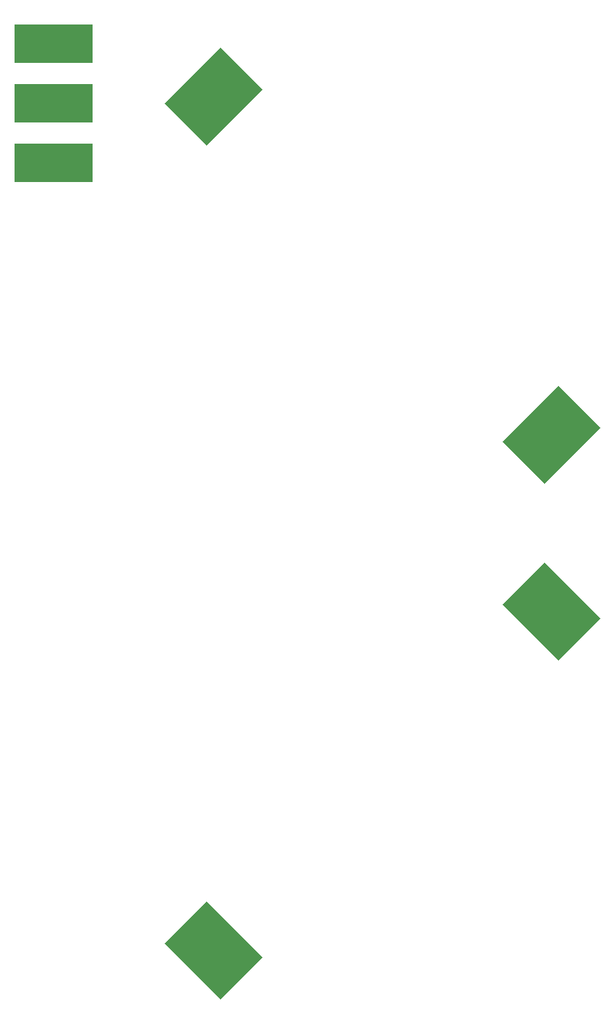
<source format=gtp>
G04*
G04 #@! TF.GenerationSoftware,Altium Limited,Altium Designer,20.1.14 (287)*
G04*
G04 Layer_Color=8421504*
%FSLAX24Y24*%
%MOIN*%
G70*
G04*
G04 #@! TF.SameCoordinates,B8CB9E98-002D-4190-A2A2-B4F4F07DE0F0*
G04*
G04*
G04 #@! TF.FilePolarity,Positive*
G04*
G01*
G75*
G04:AMPARAMS|DCode=15|XSize=300mil|YSize=400mil|CornerRadius=0mil|HoleSize=0mil|Usage=FLASHONLY|Rotation=315.000|XOffset=0mil|YOffset=0mil|HoleType=Round|Shape=Rectangle|*
%AMROTATEDRECTD15*
4,1,4,-0.2475,-0.0354,0.0354,0.2475,0.2475,0.0354,-0.0354,-0.2475,-0.2475,-0.0354,0.0*
%
%ADD15ROTATEDRECTD15*%

G04:AMPARAMS|DCode=16|XSize=300mil|YSize=400mil|CornerRadius=0mil|HoleSize=0mil|Usage=FLASHONLY|Rotation=225.000|XOffset=0mil|YOffset=0mil|HoleType=Round|Shape=Rectangle|*
%AMROTATEDRECTD16*
4,1,4,-0.0354,0.2475,0.2475,-0.0354,0.0354,-0.2475,-0.2475,0.0354,-0.0354,0.2475,0.0*
%
%ADD16ROTATEDRECTD16*%

%ADD17R,0.3937X0.1969*%
D15*
X52048Y35952D02*
D03*
X35000Y53000D02*
D03*
D16*
X52048Y27048D02*
D03*
X35000Y10000D02*
D03*
D17*
X26950Y49650D02*
D03*
Y52650D02*
D03*
Y55650D02*
D03*
M02*

</source>
